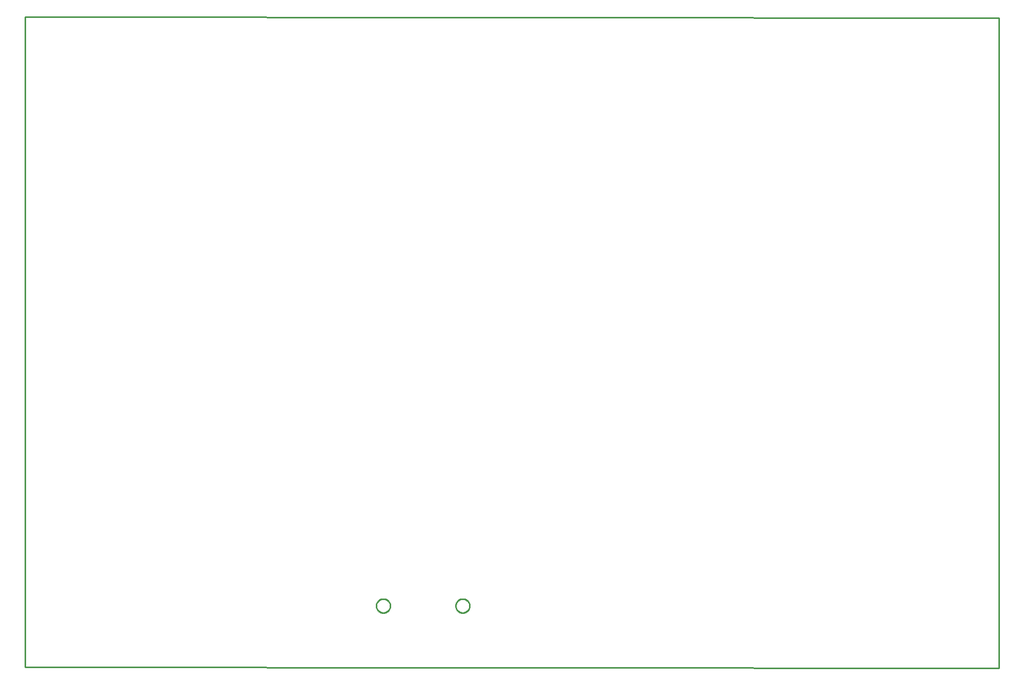
<source format=gbr>
G04 EAGLE Gerber RS-274X export*
G75*
%MOMM*%
%FSLAX34Y34*%
%LPD*%
%IN*%
%IPPOS*%
%AMOC8*
5,1,8,0,0,1.08239X$1,22.5*%
G01*
%ADD10C,0.254000*%


D10*
X27940Y-49530D02*
X1638100Y-50800D01*
X1638100Y1025400D01*
X27940Y1026670D01*
X27940Y-49530D01*
X631600Y51548D02*
X631529Y50647D01*
X631388Y49755D01*
X631177Y48876D01*
X630898Y48017D01*
X630552Y47182D01*
X630141Y46377D01*
X629669Y45606D01*
X629138Y44875D01*
X628551Y44188D01*
X627912Y43549D01*
X627225Y42962D01*
X626494Y42431D01*
X625723Y41959D01*
X624918Y41548D01*
X624083Y41202D01*
X623224Y40923D01*
X622345Y40712D01*
X621453Y40571D01*
X620552Y40500D01*
X619648Y40500D01*
X618747Y40571D01*
X617855Y40712D01*
X616976Y40923D01*
X616117Y41202D01*
X615282Y41548D01*
X614477Y41959D01*
X613706Y42431D01*
X612975Y42962D01*
X612288Y43549D01*
X611649Y44188D01*
X611062Y44875D01*
X610531Y45606D01*
X610059Y46377D01*
X609648Y47182D01*
X609302Y48017D01*
X609023Y48876D01*
X608812Y49755D01*
X608671Y50647D01*
X608600Y51548D01*
X608600Y52452D01*
X608671Y53353D01*
X608812Y54245D01*
X609023Y55124D01*
X609302Y55983D01*
X609648Y56818D01*
X610059Y57623D01*
X610531Y58394D01*
X611062Y59125D01*
X611649Y59812D01*
X612288Y60451D01*
X612975Y61038D01*
X613706Y61569D01*
X614477Y62041D01*
X615282Y62452D01*
X616117Y62798D01*
X616976Y63077D01*
X617855Y63288D01*
X618747Y63429D01*
X619648Y63500D01*
X620552Y63500D01*
X621453Y63429D01*
X622345Y63288D01*
X623224Y63077D01*
X624083Y62798D01*
X624918Y62452D01*
X625723Y62041D01*
X626494Y61569D01*
X627225Y61038D01*
X627912Y60451D01*
X628551Y59812D01*
X629138Y59125D01*
X629669Y58394D01*
X630141Y57623D01*
X630552Y56818D01*
X630898Y55983D01*
X631177Y55124D01*
X631388Y54245D01*
X631529Y53353D01*
X631600Y52452D01*
X631600Y51548D01*
X763000Y51548D02*
X762929Y50647D01*
X762788Y49755D01*
X762577Y48876D01*
X762298Y48017D01*
X761952Y47182D01*
X761541Y46377D01*
X761069Y45606D01*
X760538Y44875D01*
X759951Y44188D01*
X759312Y43549D01*
X758625Y42962D01*
X757894Y42431D01*
X757123Y41959D01*
X756318Y41548D01*
X755483Y41202D01*
X754624Y40923D01*
X753745Y40712D01*
X752853Y40571D01*
X751952Y40500D01*
X751048Y40500D01*
X750147Y40571D01*
X749255Y40712D01*
X748376Y40923D01*
X747517Y41202D01*
X746682Y41548D01*
X745877Y41959D01*
X745106Y42431D01*
X744375Y42962D01*
X743688Y43549D01*
X743049Y44188D01*
X742462Y44875D01*
X741931Y45606D01*
X741459Y46377D01*
X741048Y47182D01*
X740702Y48017D01*
X740423Y48876D01*
X740212Y49755D01*
X740071Y50647D01*
X740000Y51548D01*
X740000Y52452D01*
X740071Y53353D01*
X740212Y54245D01*
X740423Y55124D01*
X740702Y55983D01*
X741048Y56818D01*
X741459Y57623D01*
X741931Y58394D01*
X742462Y59125D01*
X743049Y59812D01*
X743688Y60451D01*
X744375Y61038D01*
X745106Y61569D01*
X745877Y62041D01*
X746682Y62452D01*
X747517Y62798D01*
X748376Y63077D01*
X749255Y63288D01*
X750147Y63429D01*
X751048Y63500D01*
X751952Y63500D01*
X752853Y63429D01*
X753745Y63288D01*
X754624Y63077D01*
X755483Y62798D01*
X756318Y62452D01*
X757123Y62041D01*
X757894Y61569D01*
X758625Y61038D01*
X759312Y60451D01*
X759951Y59812D01*
X760538Y59125D01*
X761069Y58394D01*
X761541Y57623D01*
X761952Y56818D01*
X762298Y55983D01*
X762577Y55124D01*
X762788Y54245D01*
X762929Y53353D01*
X763000Y52452D01*
X763000Y51548D01*
M02*

</source>
